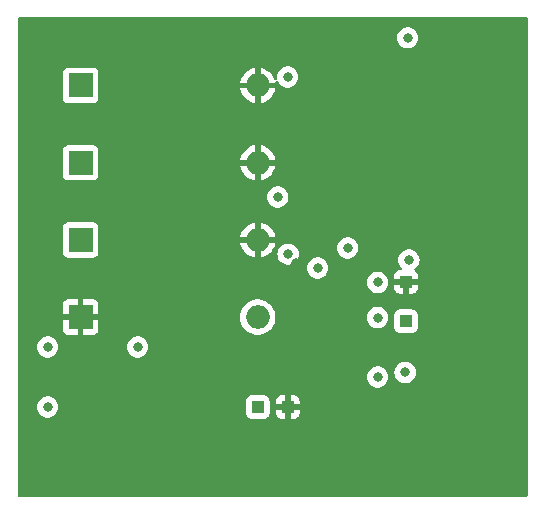
<source format=gbr>
%TF.GenerationSoftware,KiCad,Pcbnew,7.0.2*%
%TF.CreationDate,2023-06-25T00:33:43-03:00*%
%TF.ProjectId,Projeto final de EA075,50726f6a-6574-46f2-9066-696e616c2064,rev?*%
%TF.SameCoordinates,Original*%
%TF.FileFunction,Copper,L2,Inr*%
%TF.FilePolarity,Positive*%
%FSLAX46Y46*%
G04 Gerber Fmt 4.6, Leading zero omitted, Abs format (unit mm)*
G04 Created by KiCad (PCBNEW 7.0.2) date 2023-06-25 00:33:43*
%MOMM*%
%LPD*%
G01*
G04 APERTURE LIST*
%TA.AperFunction,ComponentPad*%
%ADD10R,1.000000X1.000000*%
%TD*%
%TA.AperFunction,ComponentPad*%
%ADD11R,2.000000X2.000000*%
%TD*%
%TA.AperFunction,ComponentPad*%
%ADD12O,2.000000X2.000000*%
%TD*%
%TA.AperFunction,ViaPad*%
%ADD13C,0.800000*%
%TD*%
G04 APERTURE END LIST*
D10*
%TO.N,Net-(J4-Pin_1)*%
%TO.C,J4*%
X152400000Y-99060000D03*
%TD*%
%TO.N,GNDPWR*%
%TO.C,J3*%
X154940000Y-99060000D03*
%TD*%
%TO.N,+12V*%
%TO.C,J2*%
X164950000Y-91800000D03*
%TD*%
%TO.N,GNDPWR*%
%TO.C,J1*%
X164950000Y-88450000D03*
%TD*%
D11*
%TO.N,GNDPWR*%
%TO.C,C5*%
X137400000Y-91440000D03*
D12*
%TO.N,+12V*%
X152400000Y-91440000D03*
%TD*%
D11*
%TO.N,Net-(U1-AVCC)*%
%TO.C,C4*%
X137400000Y-84905000D03*
D12*
%TO.N,GNDPWR*%
X152400000Y-84905000D03*
%TD*%
D11*
%TO.N,Net-(U1-AVCC)*%
%TO.C,C3*%
X137400000Y-78370000D03*
D12*
%TO.N,GNDPWR*%
X152400000Y-78370000D03*
%TD*%
D11*
%TO.N,+12V*%
%TO.C,C1*%
X137400000Y-71835000D03*
D12*
%TO.N,GNDPWR*%
X152400000Y-71835000D03*
%TD*%
D13*
%TO.N,Net-(Q1-G)*%
X154972121Y-86115746D03*
%TO.N,GNDPWR*%
X152400000Y-94900000D03*
X155678876Y-86822500D03*
%TO.N,Net-(U1-AVCC)*%
X154100388Y-81280000D03*
%TO.N,Net-(U1-PD0)*%
X164885000Y-96130000D03*
X165192735Y-86599502D03*
%TO.N,Net-(U1-AVCC)*%
X162560000Y-96520000D03*
X157480000Y-87299500D03*
X160020000Y-85600500D03*
X165096211Y-67800500D03*
X154940000Y-71120000D03*
%TO.N,Net-(Q1-G)*%
X134620000Y-99060000D03*
%TO.N,+12V*%
X162560000Y-88515500D03*
X162560000Y-91484500D03*
X134620000Y-93980000D03*
X142240000Y-93980000D03*
%TD*%
%TA.AperFunction,Conductor*%
%TO.N,GNDPWR*%
G36*
X175202539Y-66060185D02*
G01*
X175248294Y-66112989D01*
X175259500Y-66164500D01*
X175259500Y-106555500D01*
X175239815Y-106622539D01*
X175187011Y-106668294D01*
X175135500Y-106679500D01*
X132204500Y-106679500D01*
X132137461Y-106659815D01*
X132091706Y-106607011D01*
X132080500Y-106555500D01*
X132080500Y-99059999D01*
X133714540Y-99059999D01*
X133734326Y-99248257D01*
X133792820Y-99428284D01*
X133887466Y-99592216D01*
X134014129Y-99732889D01*
X134167269Y-99844151D01*
X134340197Y-99921144D01*
X134525352Y-99960500D01*
X134525354Y-99960500D01*
X134714648Y-99960500D01*
X134838084Y-99934262D01*
X134899803Y-99921144D01*
X135072730Y-99844151D01*
X135225871Y-99732888D01*
X135341402Y-99604578D01*
X151399500Y-99604578D01*
X151399501Y-99607872D01*
X151405909Y-99667483D01*
X151456204Y-99802331D01*
X151542454Y-99917546D01*
X151657669Y-100003796D01*
X151792517Y-100054091D01*
X151852127Y-100060500D01*
X152947872Y-100060499D01*
X153007483Y-100054091D01*
X153142331Y-100003796D01*
X153257546Y-99917546D01*
X153343796Y-99802331D01*
X153394091Y-99667483D01*
X153400500Y-99607873D01*
X153400500Y-99310000D01*
X153940000Y-99310000D01*
X153940000Y-99604518D01*
X153940354Y-99611132D01*
X153946400Y-99667371D01*
X153996647Y-99802089D01*
X154082811Y-99917188D01*
X154197910Y-100003352D01*
X154332628Y-100053599D01*
X154388867Y-100059645D01*
X154395482Y-100060000D01*
X154690000Y-100060000D01*
X154690000Y-99310000D01*
X153940000Y-99310000D01*
X153400500Y-99310000D01*
X153400500Y-99117306D01*
X154615000Y-99117306D01*
X154654199Y-99225007D01*
X154727871Y-99312805D01*
X154827129Y-99370112D01*
X154911564Y-99385000D01*
X154968436Y-99385000D01*
X155052871Y-99370112D01*
X155152129Y-99312805D01*
X155154483Y-99310000D01*
X155190000Y-99310000D01*
X155190000Y-100060000D01*
X155484518Y-100060000D01*
X155491132Y-100059645D01*
X155547371Y-100053599D01*
X155682089Y-100003352D01*
X155797188Y-99917188D01*
X155883352Y-99802089D01*
X155933599Y-99667371D01*
X155939645Y-99611132D01*
X155940000Y-99604518D01*
X155940000Y-99310000D01*
X155190000Y-99310000D01*
X155154483Y-99310000D01*
X155225801Y-99225007D01*
X155265000Y-99117306D01*
X155265000Y-99002694D01*
X155225801Y-98894993D01*
X155152129Y-98807195D01*
X155052871Y-98749888D01*
X154968436Y-98735000D01*
X154911564Y-98735000D01*
X154827129Y-98749888D01*
X154727871Y-98807195D01*
X154654199Y-98894993D01*
X154615000Y-99002694D01*
X154615000Y-99117306D01*
X153400500Y-99117306D01*
X153400499Y-98810000D01*
X153940000Y-98810000D01*
X154690000Y-98810000D01*
X154690000Y-98060000D01*
X155190000Y-98060000D01*
X155190000Y-98810000D01*
X155940000Y-98810000D01*
X155940000Y-98515481D01*
X155939645Y-98508867D01*
X155933599Y-98452628D01*
X155883352Y-98317910D01*
X155797188Y-98202811D01*
X155682089Y-98116647D01*
X155547371Y-98066400D01*
X155491132Y-98060354D01*
X155484518Y-98060000D01*
X155190000Y-98060000D01*
X154690000Y-98060000D01*
X154395482Y-98060000D01*
X154388867Y-98060354D01*
X154332628Y-98066400D01*
X154197910Y-98116647D01*
X154082811Y-98202811D01*
X153996647Y-98317910D01*
X153946400Y-98452628D01*
X153940354Y-98508867D01*
X153940000Y-98515481D01*
X153940000Y-98810000D01*
X153400499Y-98810000D01*
X153400499Y-98512128D01*
X153394091Y-98452517D01*
X153343796Y-98317669D01*
X153257546Y-98202454D01*
X153142331Y-98116204D01*
X153007483Y-98065909D01*
X152955816Y-98060354D01*
X152951166Y-98059854D01*
X152951165Y-98059853D01*
X152947873Y-98059500D01*
X152944550Y-98059500D01*
X151855439Y-98059500D01*
X151855420Y-98059500D01*
X151852128Y-98059501D01*
X151848848Y-98059853D01*
X151848840Y-98059854D01*
X151792515Y-98065909D01*
X151657669Y-98116204D01*
X151542454Y-98202454D01*
X151456204Y-98317668D01*
X151405910Y-98452515D01*
X151405909Y-98452517D01*
X151399500Y-98512127D01*
X151399500Y-98515448D01*
X151399500Y-98515449D01*
X151399500Y-99604560D01*
X151399500Y-99604578D01*
X135341402Y-99604578D01*
X135352533Y-99592216D01*
X135447179Y-99428284D01*
X135505674Y-99248256D01*
X135525460Y-99060000D01*
X135505674Y-98871744D01*
X135447179Y-98691716D01*
X135447179Y-98691715D01*
X135352533Y-98527783D01*
X135225870Y-98387110D01*
X135072730Y-98275848D01*
X134899802Y-98198855D01*
X134714648Y-98159500D01*
X134714646Y-98159500D01*
X134525354Y-98159500D01*
X134525352Y-98159500D01*
X134340197Y-98198855D01*
X134167269Y-98275848D01*
X134014129Y-98387110D01*
X133887466Y-98527783D01*
X133792820Y-98691715D01*
X133734326Y-98871742D01*
X133714540Y-99059999D01*
X132080500Y-99059999D01*
X132080500Y-96519999D01*
X161654540Y-96519999D01*
X161674326Y-96708257D01*
X161732820Y-96888284D01*
X161827466Y-97052216D01*
X161954129Y-97192889D01*
X162107269Y-97304151D01*
X162280197Y-97381144D01*
X162465352Y-97420500D01*
X162465354Y-97420500D01*
X162654648Y-97420500D01*
X162778083Y-97394262D01*
X162839803Y-97381144D01*
X163012730Y-97304151D01*
X163165871Y-97192888D01*
X163292533Y-97052216D01*
X163387179Y-96888284D01*
X163445674Y-96708256D01*
X163465460Y-96520000D01*
X163445674Y-96331744D01*
X163387179Y-96151716D01*
X163387179Y-96151715D01*
X163374642Y-96130000D01*
X163979540Y-96130000D01*
X163999326Y-96318257D01*
X164057820Y-96498284D01*
X164152466Y-96662216D01*
X164279129Y-96802889D01*
X164432269Y-96914151D01*
X164605197Y-96991144D01*
X164790352Y-97030500D01*
X164790354Y-97030500D01*
X164979648Y-97030500D01*
X165103084Y-97004262D01*
X165164803Y-96991144D01*
X165337730Y-96914151D01*
X165490871Y-96802888D01*
X165617533Y-96662216D01*
X165712179Y-96498284D01*
X165770674Y-96318256D01*
X165790460Y-96130000D01*
X165770674Y-95941744D01*
X165712179Y-95761716D01*
X165712179Y-95761715D01*
X165617533Y-95597783D01*
X165490870Y-95457110D01*
X165337730Y-95345848D01*
X165164802Y-95268855D01*
X164979648Y-95229500D01*
X164979646Y-95229500D01*
X164790354Y-95229500D01*
X164790352Y-95229500D01*
X164605197Y-95268855D01*
X164432269Y-95345848D01*
X164279129Y-95457110D01*
X164152466Y-95597783D01*
X164057820Y-95761715D01*
X163999326Y-95941742D01*
X163979540Y-96130000D01*
X163374642Y-96130000D01*
X163292533Y-95987783D01*
X163165870Y-95847110D01*
X163012730Y-95735848D01*
X162839802Y-95658855D01*
X162654648Y-95619500D01*
X162654646Y-95619500D01*
X162465354Y-95619500D01*
X162465352Y-95619500D01*
X162280197Y-95658855D01*
X162107269Y-95735848D01*
X161954129Y-95847110D01*
X161827466Y-95987783D01*
X161732820Y-96151715D01*
X161674326Y-96331742D01*
X161654540Y-96519999D01*
X132080500Y-96519999D01*
X132080500Y-93980000D01*
X133714540Y-93980000D01*
X133734326Y-94168257D01*
X133792820Y-94348284D01*
X133887466Y-94512216D01*
X134014129Y-94652889D01*
X134167269Y-94764151D01*
X134340197Y-94841144D01*
X134525352Y-94880500D01*
X134525354Y-94880500D01*
X134714648Y-94880500D01*
X134838084Y-94854262D01*
X134899803Y-94841144D01*
X135072730Y-94764151D01*
X135225871Y-94652888D01*
X135352533Y-94512216D01*
X135447179Y-94348284D01*
X135505674Y-94168256D01*
X135525460Y-93980000D01*
X141334540Y-93980000D01*
X141354326Y-94168257D01*
X141412820Y-94348284D01*
X141507466Y-94512216D01*
X141634129Y-94652889D01*
X141787269Y-94764151D01*
X141960197Y-94841144D01*
X142145352Y-94880500D01*
X142145354Y-94880500D01*
X142334648Y-94880500D01*
X142458083Y-94854262D01*
X142519803Y-94841144D01*
X142692730Y-94764151D01*
X142845871Y-94652888D01*
X142972533Y-94512216D01*
X143067179Y-94348284D01*
X143125674Y-94168256D01*
X143145460Y-93980000D01*
X143125674Y-93791744D01*
X143067179Y-93611716D01*
X143067179Y-93611715D01*
X142972533Y-93447783D01*
X142845870Y-93307110D01*
X142692730Y-93195848D01*
X142519802Y-93118855D01*
X142334648Y-93079500D01*
X142334646Y-93079500D01*
X142145354Y-93079500D01*
X142145352Y-93079500D01*
X141960197Y-93118855D01*
X141787269Y-93195848D01*
X141634129Y-93307110D01*
X141507466Y-93447783D01*
X141412820Y-93611715D01*
X141354326Y-93791742D01*
X141334540Y-93980000D01*
X135525460Y-93980000D01*
X135505674Y-93791744D01*
X135447179Y-93611716D01*
X135447179Y-93611715D01*
X135352533Y-93447783D01*
X135225870Y-93307110D01*
X135072730Y-93195848D01*
X134899802Y-93118855D01*
X134714648Y-93079500D01*
X134714646Y-93079500D01*
X134525354Y-93079500D01*
X134525352Y-93079500D01*
X134340197Y-93118855D01*
X134167269Y-93195848D01*
X134014129Y-93307110D01*
X133887466Y-93447783D01*
X133792820Y-93611715D01*
X133734326Y-93791742D01*
X133714540Y-93980000D01*
X132080500Y-93980000D01*
X132080500Y-92484518D01*
X135900000Y-92484518D01*
X135900354Y-92491132D01*
X135906400Y-92547371D01*
X135956647Y-92682089D01*
X136042811Y-92797188D01*
X136157910Y-92883352D01*
X136292628Y-92933599D01*
X136348867Y-92939645D01*
X136355482Y-92940000D01*
X137150000Y-92940000D01*
X137150000Y-91875501D01*
X137257685Y-91924680D01*
X137364237Y-91940000D01*
X137435763Y-91940000D01*
X137542315Y-91924680D01*
X137650000Y-91875501D01*
X137650000Y-92940000D01*
X138444518Y-92940000D01*
X138451132Y-92939645D01*
X138507371Y-92933599D01*
X138642089Y-92883352D01*
X138757188Y-92797188D01*
X138843352Y-92682089D01*
X138893599Y-92547371D01*
X138899645Y-92491132D01*
X138900000Y-92484518D01*
X138900000Y-91690000D01*
X137833686Y-91690000D01*
X137859493Y-91649844D01*
X137900000Y-91511889D01*
X137900000Y-91440000D01*
X150894356Y-91440000D01*
X150914891Y-91687816D01*
X150914891Y-91687819D01*
X150914892Y-91687821D01*
X150975937Y-91928881D01*
X151014465Y-92016716D01*
X151075825Y-92156604D01*
X151075827Y-92156607D01*
X151211836Y-92364785D01*
X151380256Y-92547738D01*
X151380259Y-92547740D01*
X151576485Y-92700470D01*
X151576487Y-92700471D01*
X151576491Y-92700474D01*
X151795190Y-92818828D01*
X152030386Y-92899571D01*
X152275665Y-92940500D01*
X152524335Y-92940500D01*
X152769614Y-92899571D01*
X153004810Y-92818828D01*
X153223509Y-92700474D01*
X153419744Y-92547738D01*
X153588164Y-92364785D01*
X153724173Y-92156607D01*
X153824063Y-91928881D01*
X153885108Y-91687821D01*
X153901956Y-91484500D01*
X161654540Y-91484500D01*
X161674326Y-91672757D01*
X161732820Y-91852784D01*
X161827466Y-92016716D01*
X161954129Y-92157389D01*
X162107269Y-92268651D01*
X162280197Y-92345644D01*
X162465352Y-92385000D01*
X162465354Y-92385000D01*
X162654648Y-92385000D01*
X162778083Y-92358762D01*
X162839803Y-92345644D01*
X162842197Y-92344578D01*
X163949500Y-92344578D01*
X163949501Y-92347872D01*
X163955909Y-92407483D01*
X164006204Y-92542331D01*
X164092454Y-92657546D01*
X164207669Y-92743796D01*
X164342517Y-92794091D01*
X164402127Y-92800500D01*
X165497872Y-92800499D01*
X165557483Y-92794091D01*
X165692331Y-92743796D01*
X165807546Y-92657546D01*
X165893796Y-92542331D01*
X165944091Y-92407483D01*
X165950500Y-92347873D01*
X165950499Y-91252128D01*
X165944091Y-91192517D01*
X165893796Y-91057669D01*
X165807546Y-90942454D01*
X165692331Y-90856204D01*
X165557483Y-90805909D01*
X165497873Y-90799500D01*
X165494550Y-90799500D01*
X164405439Y-90799500D01*
X164405420Y-90799500D01*
X164402128Y-90799501D01*
X164398848Y-90799853D01*
X164398840Y-90799854D01*
X164342515Y-90805909D01*
X164207669Y-90856204D01*
X164092454Y-90942454D01*
X164006204Y-91057668D01*
X163955910Y-91192515D01*
X163955909Y-91192517D01*
X163949500Y-91252127D01*
X163949500Y-91255448D01*
X163949500Y-91255449D01*
X163949500Y-92344560D01*
X163949500Y-92344578D01*
X162842197Y-92344578D01*
X163012730Y-92268651D01*
X163165871Y-92157388D01*
X163292533Y-92016716D01*
X163387179Y-91852784D01*
X163445674Y-91672756D01*
X163465460Y-91484500D01*
X163445674Y-91296244D01*
X163387179Y-91116216D01*
X163387179Y-91116215D01*
X163292533Y-90952283D01*
X163165870Y-90811610D01*
X163012730Y-90700348D01*
X162839802Y-90623355D01*
X162654648Y-90584000D01*
X162654646Y-90584000D01*
X162465354Y-90584000D01*
X162465352Y-90584000D01*
X162280197Y-90623355D01*
X162107269Y-90700348D01*
X161954129Y-90811610D01*
X161827466Y-90952283D01*
X161732820Y-91116215D01*
X161674326Y-91296242D01*
X161654540Y-91484500D01*
X153901956Y-91484500D01*
X153905643Y-91440000D01*
X153885108Y-91192179D01*
X153824063Y-90951119D01*
X153724173Y-90723393D01*
X153588164Y-90515215D01*
X153419744Y-90332262D01*
X153397612Y-90315036D01*
X153223514Y-90179529D01*
X153223510Y-90179526D01*
X153223509Y-90179526D01*
X153004810Y-90061172D01*
X153004806Y-90061170D01*
X153004805Y-90061170D01*
X152769615Y-89980429D01*
X152524335Y-89939500D01*
X152275665Y-89939500D01*
X152030384Y-89980429D01*
X151795194Y-90061170D01*
X151576485Y-90179529D01*
X151380259Y-90332259D01*
X151380256Y-90332261D01*
X151380256Y-90332262D01*
X151322059Y-90395481D01*
X151211837Y-90515214D01*
X151075825Y-90723395D01*
X150985780Y-90928678D01*
X150975937Y-90951119D01*
X150959748Y-91015048D01*
X150914891Y-91192183D01*
X150894356Y-91440000D01*
X137900000Y-91440000D01*
X137900000Y-91368111D01*
X137859493Y-91230156D01*
X137833686Y-91190000D01*
X138900000Y-91190000D01*
X138900000Y-90395481D01*
X138899645Y-90388867D01*
X138893599Y-90332628D01*
X138843352Y-90197910D01*
X138757188Y-90082811D01*
X138642089Y-89996647D01*
X138507371Y-89946400D01*
X138451132Y-89940354D01*
X138444518Y-89940000D01*
X137650000Y-89940000D01*
X137650000Y-91004498D01*
X137542315Y-90955320D01*
X137435763Y-90940000D01*
X137364237Y-90940000D01*
X137257685Y-90955320D01*
X137150000Y-91004498D01*
X137150000Y-89940000D01*
X136355482Y-89940000D01*
X136348867Y-89940354D01*
X136292628Y-89946400D01*
X136157910Y-89996647D01*
X136042811Y-90082811D01*
X135956647Y-90197910D01*
X135906400Y-90332628D01*
X135900354Y-90388867D01*
X135900000Y-90395481D01*
X135900000Y-91190000D01*
X136966314Y-91190000D01*
X136940507Y-91230156D01*
X136900000Y-91368111D01*
X136900000Y-91511889D01*
X136940507Y-91649844D01*
X136966314Y-91690000D01*
X135900000Y-91690000D01*
X135900000Y-92484518D01*
X132080500Y-92484518D01*
X132080500Y-88515499D01*
X161654540Y-88515499D01*
X161674326Y-88703757D01*
X161732820Y-88883784D01*
X161827466Y-89047716D01*
X161954129Y-89188389D01*
X162107269Y-89299651D01*
X162280197Y-89376644D01*
X162465352Y-89416000D01*
X162465354Y-89416000D01*
X162654648Y-89416000D01*
X162778083Y-89389762D01*
X162839803Y-89376644D01*
X163012730Y-89299651D01*
X163165871Y-89188388D01*
X163292533Y-89047716D01*
X163387179Y-88883784D01*
X163445674Y-88703756D01*
X163446069Y-88700000D01*
X163950000Y-88700000D01*
X163950000Y-88994518D01*
X163950354Y-89001132D01*
X163956400Y-89057371D01*
X164006647Y-89192089D01*
X164092811Y-89307188D01*
X164207910Y-89393352D01*
X164342628Y-89443599D01*
X164398867Y-89449645D01*
X164405482Y-89450000D01*
X164700000Y-89450000D01*
X164700000Y-88700000D01*
X163950000Y-88700000D01*
X163446069Y-88700000D01*
X163465460Y-88515500D01*
X163445674Y-88327244D01*
X163404330Y-88200000D01*
X163950000Y-88200000D01*
X164704419Y-88200000D01*
X164652940Y-88255921D01*
X164606018Y-88362892D01*
X164596372Y-88479302D01*
X164625047Y-88592538D01*
X164688936Y-88690327D01*
X164781115Y-88762072D01*
X164891595Y-88800000D01*
X164979005Y-88800000D01*
X165065216Y-88785614D01*
X165167947Y-88730019D01*
X165195581Y-88700000D01*
X165200000Y-88700000D01*
X165200000Y-89450000D01*
X165494518Y-89450000D01*
X165501132Y-89449645D01*
X165557371Y-89443599D01*
X165692089Y-89393352D01*
X165807188Y-89307188D01*
X165893352Y-89192089D01*
X165943599Y-89057371D01*
X165949645Y-89001132D01*
X165950000Y-88994518D01*
X165950000Y-88700000D01*
X165200000Y-88700000D01*
X165195581Y-88700000D01*
X165247060Y-88644079D01*
X165293982Y-88537108D01*
X165303628Y-88420698D01*
X165274953Y-88307462D01*
X165211064Y-88209673D01*
X165198636Y-88200000D01*
X165950000Y-88200000D01*
X165950000Y-87905481D01*
X165949645Y-87898867D01*
X165943599Y-87842628D01*
X165893352Y-87707910D01*
X165807188Y-87592810D01*
X165720344Y-87527799D01*
X165678473Y-87471865D01*
X165673489Y-87402173D01*
X165706974Y-87340850D01*
X165721765Y-87328217D01*
X165798606Y-87272390D01*
X165925268Y-87131718D01*
X166019914Y-86967786D01*
X166078409Y-86787758D01*
X166098195Y-86599502D01*
X166078409Y-86411246D01*
X166019914Y-86231218D01*
X166019914Y-86231217D01*
X165925268Y-86067285D01*
X165798605Y-85926612D01*
X165645465Y-85815350D01*
X165472537Y-85738357D01*
X165287383Y-85699002D01*
X165287381Y-85699002D01*
X165098089Y-85699002D01*
X165098087Y-85699002D01*
X164912932Y-85738357D01*
X164740004Y-85815350D01*
X164586864Y-85926612D01*
X164460201Y-86067285D01*
X164365555Y-86231217D01*
X164307061Y-86411244D01*
X164287275Y-86599501D01*
X164307061Y-86787759D01*
X164365555Y-86967786D01*
X164460201Y-87131718D01*
X164560426Y-87243028D01*
X164590656Y-87306019D01*
X164582031Y-87375354D01*
X164537290Y-87429020D01*
X164470637Y-87449978D01*
X164468276Y-87450000D01*
X164405482Y-87450000D01*
X164398867Y-87450354D01*
X164342628Y-87456400D01*
X164207910Y-87506647D01*
X164092811Y-87592811D01*
X164006647Y-87707910D01*
X163956400Y-87842628D01*
X163950354Y-87898867D01*
X163950000Y-87905481D01*
X163950000Y-88200000D01*
X163404330Y-88200000D01*
X163387179Y-88147216D01*
X163387179Y-88147215D01*
X163292533Y-87983283D01*
X163165870Y-87842610D01*
X163012730Y-87731348D01*
X162839802Y-87654355D01*
X162654648Y-87615000D01*
X162654646Y-87615000D01*
X162465354Y-87615000D01*
X162465352Y-87615000D01*
X162280197Y-87654355D01*
X162107269Y-87731348D01*
X161954129Y-87842610D01*
X161827466Y-87983283D01*
X161732820Y-88147215D01*
X161674326Y-88327242D01*
X161654540Y-88515499D01*
X132080500Y-88515499D01*
X132080500Y-87299499D01*
X156574540Y-87299499D01*
X156594326Y-87487757D01*
X156652820Y-87667784D01*
X156747466Y-87831716D01*
X156874129Y-87972389D01*
X157027269Y-88083651D01*
X157200197Y-88160644D01*
X157385352Y-88200000D01*
X157385354Y-88200000D01*
X157574648Y-88200000D01*
X157715875Y-88169981D01*
X157759803Y-88160644D01*
X157932730Y-88083651D01*
X158070874Y-87983284D01*
X158085870Y-87972389D01*
X158146115Y-87905481D01*
X158212533Y-87831716D01*
X158307179Y-87667784D01*
X158365674Y-87487756D01*
X158385460Y-87299500D01*
X158365674Y-87111244D01*
X158334807Y-87016246D01*
X158307179Y-86931215D01*
X158212533Y-86767283D01*
X158085870Y-86626610D01*
X157932730Y-86515348D01*
X157759802Y-86438355D01*
X157574648Y-86399000D01*
X157574646Y-86399000D01*
X157385354Y-86399000D01*
X157385352Y-86399000D01*
X157200197Y-86438355D01*
X157027269Y-86515348D01*
X156874129Y-86626610D01*
X156747466Y-86767283D01*
X156652820Y-86931215D01*
X156594326Y-87111242D01*
X156574540Y-87299499D01*
X132080500Y-87299499D01*
X132080500Y-85949578D01*
X135899500Y-85949578D01*
X135899501Y-85952872D01*
X135905909Y-86012483D01*
X135956204Y-86147331D01*
X136042454Y-86262546D01*
X136157669Y-86348796D01*
X136292517Y-86399091D01*
X136352127Y-86405500D01*
X138447872Y-86405499D01*
X138507483Y-86399091D01*
X138642331Y-86348796D01*
X138757546Y-86262546D01*
X138843796Y-86147331D01*
X138894091Y-86012483D01*
X138900500Y-85952873D01*
X138900500Y-85155000D01*
X150915960Y-85155000D01*
X150976413Y-85393720D01*
X151076266Y-85621365D01*
X151212233Y-85829477D01*
X151380596Y-86012368D01*
X151576766Y-86165053D01*
X151795393Y-86283368D01*
X152030508Y-86364083D01*
X152149999Y-86384023D01*
X152150000Y-86384022D01*
X152150000Y-85340501D01*
X152257685Y-85389680D01*
X152364237Y-85405000D01*
X152435763Y-85405000D01*
X152542315Y-85389680D01*
X152650000Y-85340501D01*
X152650000Y-86384023D01*
X152769491Y-86364083D01*
X153004606Y-86283368D01*
X153223233Y-86165053D01*
X153286583Y-86115746D01*
X154066661Y-86115746D01*
X154086447Y-86304003D01*
X154144941Y-86484030D01*
X154239587Y-86647962D01*
X154366250Y-86788635D01*
X154519390Y-86899897D01*
X154692318Y-86976890D01*
X154877473Y-87016246D01*
X154877475Y-87016246D01*
X155066769Y-87016246D01*
X155190205Y-86990008D01*
X155251924Y-86976890D01*
X155424851Y-86899897D01*
X155577992Y-86788634D01*
X155704654Y-86647962D01*
X155799300Y-86484030D01*
X155857795Y-86304002D01*
X155877581Y-86115746D01*
X155857795Y-85927490D01*
X155799300Y-85747462D01*
X155799300Y-85747461D01*
X155714452Y-85600500D01*
X159114540Y-85600500D01*
X159134326Y-85788757D01*
X159192820Y-85968784D01*
X159287466Y-86132716D01*
X159414129Y-86273389D01*
X159567269Y-86384651D01*
X159740197Y-86461644D01*
X159925352Y-86501000D01*
X159925354Y-86501000D01*
X160114648Y-86501000D01*
X160238083Y-86474762D01*
X160299803Y-86461644D01*
X160472730Y-86384651D01*
X160583733Y-86304003D01*
X160625870Y-86273389D01*
X160752533Y-86132716D01*
X160847179Y-85968784D01*
X160853425Y-85949560D01*
X160905674Y-85788756D01*
X160925460Y-85600500D01*
X160905674Y-85412244D01*
X160854453Y-85254602D01*
X160847179Y-85232215D01*
X160752533Y-85068283D01*
X160625870Y-84927610D01*
X160472730Y-84816348D01*
X160299802Y-84739355D01*
X160114648Y-84700000D01*
X160114646Y-84700000D01*
X159925354Y-84700000D01*
X159925352Y-84700000D01*
X159740197Y-84739355D01*
X159567269Y-84816348D01*
X159414129Y-84927610D01*
X159287466Y-85068283D01*
X159192820Y-85232215D01*
X159134326Y-85412242D01*
X159114540Y-85600500D01*
X155714452Y-85600500D01*
X155704654Y-85583529D01*
X155577991Y-85442856D01*
X155424851Y-85331594D01*
X155251923Y-85254601D01*
X155066769Y-85215246D01*
X155066767Y-85215246D01*
X154877475Y-85215246D01*
X154877473Y-85215246D01*
X154692318Y-85254601D01*
X154519390Y-85331594D01*
X154366250Y-85442856D01*
X154239587Y-85583529D01*
X154144941Y-85747461D01*
X154086447Y-85927488D01*
X154066661Y-86115746D01*
X153286583Y-86115746D01*
X153419403Y-86012368D01*
X153587766Y-85829477D01*
X153723733Y-85621365D01*
X153823586Y-85393720D01*
X153884040Y-85155000D01*
X152833686Y-85155000D01*
X152859493Y-85114844D01*
X152900000Y-84976889D01*
X152900000Y-84833111D01*
X152859493Y-84695156D01*
X152833686Y-84655000D01*
X153884040Y-84655000D01*
X153823586Y-84416279D01*
X153723733Y-84188634D01*
X153587766Y-83980522D01*
X153419403Y-83797631D01*
X153223233Y-83644946D01*
X153004606Y-83526631D01*
X152769493Y-83445916D01*
X152650000Y-83425976D01*
X152650000Y-84469498D01*
X152542315Y-84420320D01*
X152435763Y-84405000D01*
X152364237Y-84405000D01*
X152257685Y-84420320D01*
X152150000Y-84469498D01*
X152150000Y-83425976D01*
X152149999Y-83425976D01*
X152030506Y-83445916D01*
X151795393Y-83526631D01*
X151576766Y-83644946D01*
X151380596Y-83797631D01*
X151212233Y-83980522D01*
X151076266Y-84188634D01*
X150976413Y-84416279D01*
X150915960Y-84655000D01*
X151966314Y-84655000D01*
X151940507Y-84695156D01*
X151900000Y-84833111D01*
X151900000Y-84976889D01*
X151940507Y-85114844D01*
X151966314Y-85155000D01*
X150915960Y-85155000D01*
X138900500Y-85155000D01*
X138900499Y-83857128D01*
X138894091Y-83797517D01*
X138843796Y-83662669D01*
X138757546Y-83547454D01*
X138642331Y-83461204D01*
X138507483Y-83410909D01*
X138447873Y-83404500D01*
X138444550Y-83404500D01*
X136355439Y-83404500D01*
X136355420Y-83404500D01*
X136352128Y-83404501D01*
X136348848Y-83404853D01*
X136348840Y-83404854D01*
X136292515Y-83410909D01*
X136157669Y-83461204D01*
X136042454Y-83547454D01*
X135956204Y-83662668D01*
X135905910Y-83797515D01*
X135905909Y-83797517D01*
X135899500Y-83857127D01*
X135899500Y-83860448D01*
X135899500Y-83860449D01*
X135899500Y-85949560D01*
X135899500Y-85949578D01*
X132080500Y-85949578D01*
X132080500Y-81280000D01*
X153194928Y-81280000D01*
X153214714Y-81468257D01*
X153273208Y-81648284D01*
X153367854Y-81812216D01*
X153494517Y-81952889D01*
X153647657Y-82064151D01*
X153820585Y-82141144D01*
X154005740Y-82180500D01*
X154005742Y-82180500D01*
X154195036Y-82180500D01*
X154318472Y-82154262D01*
X154380191Y-82141144D01*
X154553118Y-82064151D01*
X154706259Y-81952888D01*
X154832921Y-81812216D01*
X154927567Y-81648284D01*
X154986062Y-81468256D01*
X155005848Y-81280000D01*
X154986062Y-81091744D01*
X154927567Y-80911716D01*
X154927567Y-80911715D01*
X154832921Y-80747783D01*
X154706258Y-80607110D01*
X154553118Y-80495848D01*
X154380190Y-80418855D01*
X154195036Y-80379500D01*
X154195034Y-80379500D01*
X154005742Y-80379500D01*
X154005740Y-80379500D01*
X153820585Y-80418855D01*
X153647657Y-80495848D01*
X153494517Y-80607110D01*
X153367854Y-80747783D01*
X153273208Y-80911715D01*
X153214714Y-81091742D01*
X153194928Y-81280000D01*
X132080500Y-81280000D01*
X132080500Y-79414578D01*
X135899500Y-79414578D01*
X135899501Y-79417872D01*
X135905909Y-79477483D01*
X135956204Y-79612331D01*
X136042454Y-79727546D01*
X136157669Y-79813796D01*
X136292517Y-79864091D01*
X136352127Y-79870500D01*
X138447872Y-79870499D01*
X138507483Y-79864091D01*
X138642331Y-79813796D01*
X138757546Y-79727546D01*
X138843796Y-79612331D01*
X138894091Y-79477483D01*
X138900500Y-79417873D01*
X138900500Y-78620000D01*
X150915960Y-78620000D01*
X150976413Y-78858720D01*
X151076266Y-79086365D01*
X151212233Y-79294477D01*
X151380596Y-79477368D01*
X151576766Y-79630053D01*
X151795393Y-79748368D01*
X152030508Y-79829083D01*
X152149999Y-79849023D01*
X152150000Y-79849022D01*
X152150000Y-78805501D01*
X152257685Y-78854680D01*
X152364237Y-78870000D01*
X152435763Y-78870000D01*
X152542315Y-78854680D01*
X152650000Y-78805501D01*
X152650000Y-79849023D01*
X152769491Y-79829083D01*
X153004606Y-79748368D01*
X153223233Y-79630053D01*
X153419403Y-79477368D01*
X153587766Y-79294477D01*
X153723733Y-79086365D01*
X153823586Y-78858720D01*
X153884040Y-78620000D01*
X152833686Y-78620000D01*
X152859493Y-78579844D01*
X152900000Y-78441889D01*
X152900000Y-78298111D01*
X152859493Y-78160156D01*
X152833686Y-78120000D01*
X153884040Y-78120000D01*
X153823586Y-77881279D01*
X153723733Y-77653634D01*
X153587766Y-77445522D01*
X153419403Y-77262631D01*
X153223233Y-77109946D01*
X153004606Y-76991631D01*
X152769493Y-76910916D01*
X152650000Y-76890976D01*
X152650000Y-77934498D01*
X152542315Y-77885320D01*
X152435763Y-77870000D01*
X152364237Y-77870000D01*
X152257685Y-77885320D01*
X152150000Y-77934498D01*
X152150000Y-76890976D01*
X152149999Y-76890976D01*
X152030506Y-76910916D01*
X151795393Y-76991631D01*
X151576766Y-77109946D01*
X151380596Y-77262631D01*
X151212233Y-77445522D01*
X151076266Y-77653634D01*
X150976413Y-77881279D01*
X150915960Y-78120000D01*
X151966314Y-78120000D01*
X151940507Y-78160156D01*
X151900000Y-78298111D01*
X151900000Y-78441889D01*
X151940507Y-78579844D01*
X151966314Y-78620000D01*
X150915960Y-78620000D01*
X138900500Y-78620000D01*
X138900499Y-77322128D01*
X138894091Y-77262517D01*
X138843796Y-77127669D01*
X138757546Y-77012454D01*
X138642331Y-76926204D01*
X138507483Y-76875909D01*
X138447873Y-76869500D01*
X138444550Y-76869500D01*
X136355439Y-76869500D01*
X136355420Y-76869500D01*
X136352128Y-76869501D01*
X136348848Y-76869853D01*
X136348840Y-76869854D01*
X136292515Y-76875909D01*
X136157669Y-76926204D01*
X136042454Y-77012454D01*
X135956204Y-77127668D01*
X135905910Y-77262515D01*
X135905909Y-77262517D01*
X135899500Y-77322127D01*
X135899500Y-77325448D01*
X135899500Y-77325449D01*
X135899500Y-79414560D01*
X135899500Y-79414578D01*
X132080500Y-79414578D01*
X132080500Y-72879578D01*
X135899500Y-72879578D01*
X135899501Y-72882872D01*
X135905909Y-72942483D01*
X135956204Y-73077331D01*
X136042454Y-73192546D01*
X136157669Y-73278796D01*
X136292517Y-73329091D01*
X136352127Y-73335500D01*
X138447872Y-73335499D01*
X138507483Y-73329091D01*
X138642331Y-73278796D01*
X138757546Y-73192546D01*
X138843796Y-73077331D01*
X138894091Y-72942483D01*
X138900500Y-72882873D01*
X138900500Y-72085000D01*
X150915960Y-72085000D01*
X150976413Y-72323720D01*
X151076266Y-72551365D01*
X151212233Y-72759477D01*
X151380596Y-72942368D01*
X151576766Y-73095053D01*
X151795393Y-73213368D01*
X152030508Y-73294083D01*
X152149999Y-73314023D01*
X152150000Y-73314022D01*
X152150000Y-72270501D01*
X152257685Y-72319680D01*
X152364237Y-72335000D01*
X152435763Y-72335000D01*
X152542315Y-72319680D01*
X152650000Y-72270501D01*
X152650000Y-73314023D01*
X152769491Y-73294083D01*
X153004606Y-73213368D01*
X153223233Y-73095053D01*
X153419403Y-72942368D01*
X153587766Y-72759477D01*
X153723733Y-72551365D01*
X153823586Y-72323720D01*
X153884040Y-72085000D01*
X152833686Y-72085000D01*
X152859493Y-72044844D01*
X152900000Y-71906889D01*
X152900000Y-71763111D01*
X152859493Y-71625156D01*
X152833686Y-71585000D01*
X153884040Y-71585000D01*
X153881183Y-71573718D01*
X153883807Y-71503898D01*
X153923763Y-71446580D01*
X153988364Y-71419963D01*
X154057100Y-71432497D01*
X154108148Y-71480203D01*
X154108775Y-71481277D01*
X154207466Y-71652216D01*
X154334129Y-71792889D01*
X154487269Y-71904151D01*
X154660197Y-71981144D01*
X154845352Y-72020500D01*
X154845354Y-72020500D01*
X155034648Y-72020500D01*
X155158084Y-71994262D01*
X155219803Y-71981144D01*
X155392730Y-71904151D01*
X155545871Y-71792888D01*
X155672533Y-71652216D01*
X155767179Y-71488284D01*
X155825674Y-71308256D01*
X155845460Y-71120000D01*
X155825674Y-70931744D01*
X155767179Y-70751716D01*
X155767179Y-70751715D01*
X155672533Y-70587783D01*
X155545870Y-70447110D01*
X155392730Y-70335848D01*
X155219802Y-70258855D01*
X155034648Y-70219500D01*
X155034646Y-70219500D01*
X154845354Y-70219500D01*
X154845352Y-70219500D01*
X154660197Y-70258855D01*
X154487269Y-70335848D01*
X154334129Y-70447110D01*
X154207466Y-70587783D01*
X154112820Y-70751715D01*
X154054326Y-70931742D01*
X154034540Y-71120000D01*
X154048971Y-71257309D01*
X154036401Y-71326039D01*
X153988669Y-71377062D01*
X153920928Y-71394180D01*
X153854687Y-71371957D01*
X153812094Y-71320079D01*
X153723734Y-71118636D01*
X153587766Y-70910522D01*
X153419403Y-70727631D01*
X153223233Y-70574946D01*
X153004606Y-70456631D01*
X152769493Y-70375916D01*
X152650000Y-70355976D01*
X152650000Y-71399498D01*
X152542315Y-71350320D01*
X152435763Y-71335000D01*
X152364237Y-71335000D01*
X152257685Y-71350320D01*
X152150000Y-71399498D01*
X152150000Y-70355976D01*
X152149999Y-70355976D01*
X152030506Y-70375916D01*
X151795393Y-70456631D01*
X151576766Y-70574946D01*
X151380596Y-70727631D01*
X151212233Y-70910522D01*
X151076266Y-71118634D01*
X150976413Y-71346279D01*
X150915960Y-71585000D01*
X151966314Y-71585000D01*
X151940507Y-71625156D01*
X151900000Y-71763111D01*
X151900000Y-71906889D01*
X151940507Y-72044844D01*
X151966314Y-72085000D01*
X150915960Y-72085000D01*
X138900500Y-72085000D01*
X138900499Y-70787128D01*
X138894091Y-70727517D01*
X138843796Y-70592669D01*
X138757546Y-70477454D01*
X138642331Y-70391204D01*
X138507483Y-70340909D01*
X138447873Y-70334500D01*
X138444550Y-70334500D01*
X136355439Y-70334500D01*
X136355420Y-70334500D01*
X136352128Y-70334501D01*
X136348848Y-70334853D01*
X136348840Y-70334854D01*
X136292515Y-70340909D01*
X136157669Y-70391204D01*
X136042454Y-70477454D01*
X135956204Y-70592668D01*
X135905910Y-70727515D01*
X135905909Y-70727517D01*
X135899500Y-70787127D01*
X135899500Y-70790448D01*
X135899500Y-70790449D01*
X135899500Y-72879560D01*
X135899500Y-72879578D01*
X132080500Y-72879578D01*
X132080500Y-67800499D01*
X164190751Y-67800499D01*
X164210537Y-67988757D01*
X164269031Y-68168784D01*
X164363677Y-68332716D01*
X164490340Y-68473389D01*
X164643480Y-68584651D01*
X164816408Y-68661644D01*
X165001563Y-68701000D01*
X165001565Y-68701000D01*
X165190859Y-68701000D01*
X165314294Y-68674762D01*
X165376014Y-68661644D01*
X165548941Y-68584651D01*
X165702082Y-68473388D01*
X165828744Y-68332716D01*
X165923390Y-68168784D01*
X165981885Y-67988756D01*
X166001671Y-67800500D01*
X165981885Y-67612244D01*
X165923390Y-67432216D01*
X165923390Y-67432215D01*
X165828744Y-67268283D01*
X165702081Y-67127610D01*
X165548941Y-67016348D01*
X165376013Y-66939355D01*
X165190859Y-66900000D01*
X165190857Y-66900000D01*
X165001565Y-66900000D01*
X165001563Y-66900000D01*
X164816408Y-66939355D01*
X164643480Y-67016348D01*
X164490340Y-67127610D01*
X164363677Y-67268283D01*
X164269031Y-67432215D01*
X164210537Y-67612242D01*
X164190751Y-67800499D01*
X132080500Y-67800499D01*
X132080500Y-66164500D01*
X132100185Y-66097461D01*
X132152989Y-66051706D01*
X132204500Y-66040500D01*
X175135500Y-66040500D01*
X175202539Y-66060185D01*
G37*
%TD.AperFunction*%
%TD*%
M02*

</source>
